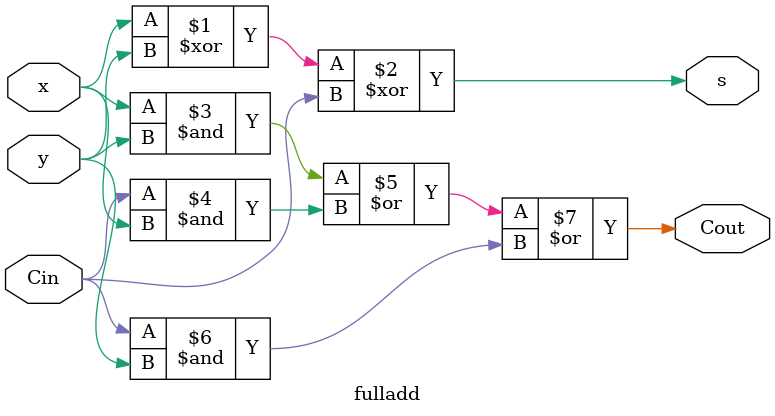
<source format=v>
module adder3(carryin, x0, x1, x2, y0, y1, y2, s0, s1, s2, carryout);
	input carryin, x0, x1, x2, y0, y1, y2;
	output carryout, s0, s1, s2;
	wire c1, c2;
	
	fulladd stage0(carryin, x0, y0, s0, c1);
	fulladd stage1(c1, x1, y1, s1, c2);
	fulladd stage2(.Cout(carryout), .s(s2), .y(y2), .x(x2), .Cin(c2));
	
endmodule 


module fulladd(Cin, x, y, s, Cout);
	input Cin, x, y;
	output s, Cout;
	
	assign s = x ^ y ^ Cin;
	assign Cout = (x & y) | (Cin & x) | (Cin & y);
	
endmodule 
</source>
